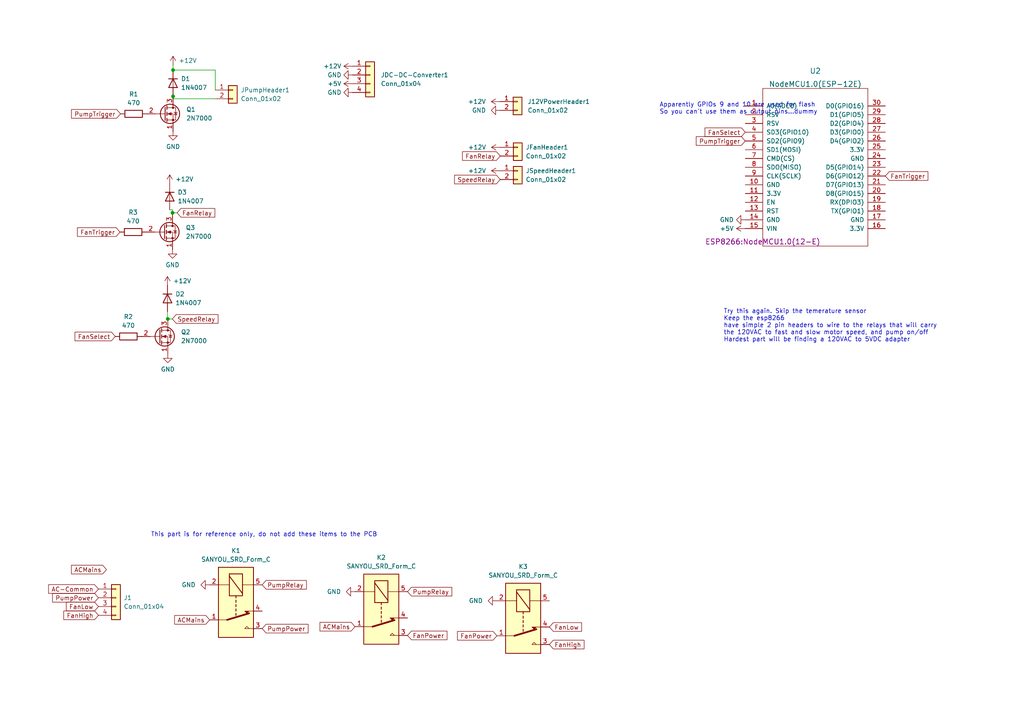
<source format=kicad_sch>
(kicad_sch (version 20211123) (generator eeschema)
  (paper "A4")
  (lib_symbols
    (symbol "Connector_Generic:Conn_01x02" (pin_names (offset 1.016) hide)
      (property "Reference" "J" (at 0 2.54 0))
      (property "Value" "Conn_01x02" (at 0 -5.08 0))
      (symbol "Conn_01x02_1_1"
        (rectangle (start -1.27 -2.413) (end 0 -2.667) (stroke (width 0.1524)))
        (rectangle (start -1.27 0.127) (end 0 -0.127) (stroke (width 0.1524)))
        (rectangle (start -1.27 1.27) (end 1.27 -3.81) (stroke (width 0.254)) (fill (type background)))
        (pin passive line (at -5.08 0 0) (length 3.81) (name "Pin_1") (number "1"))
        (pin passive line (at -5.08 -2.54 0) (length 3.81) (name "Pin_2") (number "2"))
      )
    )
    (symbol "Connector_Generic:Conn_01x04" (pin_names (offset 1.016) hide)
      (property "Reference" "J" (at 0 5.08 0))
      (property "Value" "Conn_01x04" (at 0 -7.62 0))
      (symbol "Conn_01x04_1_1"
        (rectangle (start -1.27 -4.953) (end 0 -5.207) (stroke (width 0.1524)))
        (rectangle (start -1.27 -2.413) (end 0 -2.667) (stroke (width 0.1524)))
        (rectangle (start -1.27 0.127) (end 0 -0.127) (stroke (width 0.1524)))
        (rectangle (start -1.27 2.667) (end 0 2.413) (stroke (width 0.1524)))
        (rectangle (start -1.27 3.81) (end 1.27 -6.35) (stroke (width 0.254)) (fill (type background)))
        (pin passive line (at -5.08 2.54 0) (length 3.81) (name "Pin_1") (number "1"))
        (pin passive line (at -5.08 0 0) (length 3.81) (name "Pin_2") (number "2"))
        (pin passive line (at -5.08 -2.54 0) (length 3.81) (name "Pin_3") (number "3"))
        (pin passive line (at -5.08 -5.08 0) (length 3.81) (name "Pin_4") (number "4"))
      )
    )
    (symbol "Device:R" (pin_numbers hide) (pin_names (offset 0))
      (property "Reference" "R" (at 2.032 0 90))
      (property "Value" "R" (at 0 0 90))
      (symbol "R_0_1"
        (rectangle (start -1.016 -2.54) (end 1.016 2.54) (stroke (width 0.254)))
      )
      (symbol "R_1_1"
        (pin passive line (at 0 3.81 270) (length 1.27) (name "~") (number "1"))
        (pin passive line (at 0 -3.81 90) (length 1.27) (name "~") (number "2"))
      )
    )
    (symbol "Diode:1N4007" (pin_numbers hide) (pin_names hide)
      (property "Reference" "D" (at 0 2.54 0))
      (property "Value" "1N4007" (at 0 -2.54 0))
      (symbol "1N4007_0_1"
        (polyline (pts (xy -1.27 1.27) (xy -1.27 -1.27)) (stroke (width 0.254)))
        (polyline (pts (xy 1.27 0) (xy -1.27 0)))
        (polyline (pts (xy 1.27 1.27) (xy 1.27 -1.27) (xy -1.27 0) (xy 1.27 1.27)) (stroke (width 0.254)))
      )
      (symbol "1N4007_1_1"
        (pin passive line (at -3.81 0 0) (length 2.54) (name "K") (number "1"))
        (pin passive line (at 3.81 0 180) (length 2.54) (name "A") (number "2"))
      )
    )
    (symbol "ESP8266:NodeMCU1.0(ESP-12E)" (pin_names (offset 1.016))
      (property "Reference" "U" (at 0 21.59 0))
      (property "Value" "NodeMCU1.0(ESP-12E)" (at 0 -21.59 0))
      (symbol "NodeMCU1.0(ESP-12E)_0_1"
        (rectangle (start -15.24 -22.86) (end 15.24 22.86))
      )
      (symbol "NodeMCU1.0(ESP-12E)_1_1"
        (pin input line (at -20.32 17.78 0) (length 5.08) (name "A0(ADC0)") (number "1"))
        (pin input line (at -20.32 -5.08 0) (length 5.08) (name "GND") (number "10"))
        (pin input line (at -20.32 -7.62 0) (length 5.08) (name "3.3V") (number "11"))
        (pin input line (at -20.32 -10.16 0) (length 5.08) (name "EN") (number "12"))
        (pin input line (at -20.32 -12.7 0) (length 5.08) (name "RST") (number "13"))
        (pin input line (at -20.32 -15.24 0) (length 5.08) (name "GND") (number "14"))
        (pin input line (at -20.32 -17.78 0) (length 5.08) (name "VIN") (number "15"))
        (pin input line (at 20.32 -17.78 180) (length 5.08) (name "3.3V") (number "16"))
        (pin input line (at 20.32 -15.24 180) (length 5.08) (name "GND") (number "17"))
        (pin input line (at 20.32 -12.7 180) (length 5.08) (name "TX(GPIO1)") (number "18"))
        (pin input line (at 20.32 -10.16 180) (length 5.08) (name "RX(DPIO3)") (number "19"))
        (pin input line (at -20.32 15.24 0) (length 5.08) (name "RSV") (number "2"))
        (pin input line (at 20.32 -7.62 180) (length 5.08) (name "D8(GPIO15)") (number "20"))
        (pin input line (at 20.32 -5.08 180) (length 5.08) (name "D7(GPIO13)") (number "21"))
        (pin input line (at 20.32 -2.54 180) (length 5.08) (name "D6(GPIO12)") (number "22"))
        (pin input line (at 20.32 0 180) (length 5.08) (name "D5(GPIO14)") (number "23"))
        (pin input line (at 20.32 2.54 180) (length 5.08) (name "GND") (number "24"))
        (pin input line (at 20.32 5.08 180) (length 5.08) (name "3.3V") (number "25"))
        (pin input line (at 20.32 7.62 180) (length 5.08) (name "D4(GPIO2)") (number "26"))
        (pin input line (at 20.32 10.16 180) (length 5.08) (name "D3(GPIO0)") (number "27"))
        (pin input line (at 20.32 12.7 180) (length 5.08) (name "D2(GPIO4)") (number "28"))
        (pin input line (at 20.32 15.24 180) (length 5.08) (name "D1(GPIO5)") (number "29"))
        (pin input line (at -20.32 12.7 0) (length 5.08) (name "RSV") (number "3"))
        (pin input line (at 20.32 17.78 180) (length 5.08) (name "D0(GPIO16)") (number "30"))
        (pin input line (at -20.32 10.16 0) (length 5.08) (name "SD3(GPIO10)") (number "4"))
        (pin input line (at -20.32 7.62 0) (length 5.08) (name "SD2(GPIO9)") (number "5"))
        (pin input line (at -20.32 5.08 0) (length 5.08) (name "SD1(MOSI)") (number "6"))
        (pin input line (at -20.32 2.54 0) (length 5.08) (name "CMD(CS)") (number "7"))
        (pin input line (at -20.32 0 0) (length 5.08) (name "SDO(MISO)") (number "8"))
        (pin input line (at -20.32 -2.54 0) (length 5.08) (name "CLK(SCLK)") (number "9"))
      )
    )
    (symbol "Relay:SANYOU_SRD_Form_C"
      (property "Reference" "K" (at 11.43 3.81 0))
      (property "Value" "SANYOU_SRD_Form_C" (at 11.43 1.27 0))
      (symbol "SANYOU_SRD_Form_C_0_0"
        (polyline (pts (xy 7.62 5.08) (xy 7.62 2.54) (xy 6.985 3.175) (xy 7.62 3.81)))
      )
      (symbol "SANYOU_SRD_Form_C_0_1"
        (rectangle (start -10.16 5.08) (end 10.16 -5.08) (stroke (width 0.254)) (fill (type background)))
        (rectangle (start -8.255 1.905) (end -1.905 -1.905) (stroke (width 0.254)))
        (polyline (pts (xy -7.62 -1.905) (xy -2.54 1.905)) (stroke (width 0.254)))
        (polyline (pts (xy -5.08 -5.08) (xy -5.08 -1.905)))
        (polyline (pts (xy -5.08 5.08) (xy -5.08 1.905)))
        (polyline (pts (xy -1.905 0) (xy -1.27 0)) (stroke (width 0.254)))
        (polyline (pts (xy -0.635 0) (xy 0 0)) (stroke (width 0.254)))
        (polyline (pts (xy 0.635 0) (xy 1.27 0)) (stroke (width 0.254)))
        (polyline (pts (xy 1.905 0) (xy 2.54 0)) (stroke (width 0.254)))
        (polyline (pts (xy 3.175 0) (xy 3.81 0)) (stroke (width 0.254)))
        (polyline (pts (xy 5.08 -2.54) (xy 3.175 3.81)) (stroke (width 0.508)))
        (polyline (pts (xy 5.08 -2.54) (xy 5.08 -5.08)))
      )
      (symbol "SANYOU_SRD_Form_C_1_1"
        (polyline (pts (xy 2.54 3.81) (xy 3.175 3.175) (xy 2.54 2.54) (xy 2.54 5.08)) (fill (type outline)))
        (pin passive line (at 5.08 -7.62 90) (length 2.54) (name "~") (number "1"))
        (pin passive line (at -5.08 -7.62 90) (length 2.54) (name "~") (number "2"))
        (pin passive line (at 7.62 7.62 270) (length 2.54) (name "~") (number "3"))
        (pin passive line (at 2.54 7.62 270) (length 2.54) (name "~") (number "4"))
        (pin passive line (at -5.08 7.62 270) (length 2.54) (name "~") (number "5"))
      )
    )
    (symbol "Transistor_FET:2N7000" (pin_names hide)
      (property "Reference" "Q" (at 5.08 1.905 0))
      (property "Value" "2N7000" (at 5.08 0 0))
      (symbol "2N7000_0_1"
        (polyline (pts (xy 0.254 0) (xy -2.54 0)))
        (polyline (pts (xy 0.254 1.905) (xy 0.254 -1.905)) (stroke (width 0.254)))
        (polyline (pts (xy 0.762 -1.27) (xy 0.762 -2.286)) (stroke (width 0.254)))
        (polyline (pts (xy 0.762 0.508) (xy 0.762 -0.508)) (stroke (width 0.254)))
        (polyline (pts (xy 0.762 2.286) (xy 0.762 1.27)) (stroke (width 0.254)))
        (polyline (pts (xy 2.54 2.54) (xy 2.54 1.778)))
        (polyline (pts (xy 2.54 -2.54) (xy 2.54 0) (xy 0.762 0)))
        (polyline (pts (xy 0.762 -1.778) (xy 3.302 -1.778) (xy 3.302 1.778) (xy 0.762 1.778)))
        (polyline (pts (xy 1.016 0) (xy 2.032 0.381) (xy 2.032 -0.381) (xy 1.016 0)) (fill (type outline)))
        (polyline (pts (xy 2.794 0.508) (xy 2.921 0.381) (xy 3.683 0.381) (xy 3.81 0.254)))
        (polyline (pts (xy 3.302 0.381) (xy 2.921 -0.254) (xy 3.683 -0.254) (xy 3.302 0.381)))
        (circle (center 1.651 0) (radius 2.794) (stroke (width 0.254)))
        (circle (center 2.54 -1.778) (radius 0.254) (fill (type outline)))
        (circle (center 2.54 1.778) (radius 0.254) (fill (type outline)))
      )
      (symbol "2N7000_1_1"
        (pin passive line (at 2.54 -5.08 90) (length 2.54) (name "S") (number "1"))
        (pin input line (at -5.08 0 0) (length 2.54) (name "G") (number "2"))
        (pin passive line (at 2.54 5.08 270) (length 2.54) (name "D") (number "3"))
      )
    )
    (symbol "power:+12V" (power) (pin_names (offset 0))
      (property "Value" "+12V" (at 0 3.556 0))
      (symbol "+12V_0_1"
        (polyline (pts (xy -0.762 1.27) (xy 0 2.54)))
        (polyline (pts (xy 0 0) (xy 0 2.54)))
        (polyline (pts (xy 0 2.54) (xy 0.762 1.27)))
      )
      (symbol "+12V_1_1"
        (pin power_in line (at 0 0 90) (length 0) hide (name "+12V") (number "1"))
      )
    )
    (symbol "power:+5V" (power) (pin_names (offset 0))
      (property "Value" "+5V" (at 0 3.556 0))
      (symbol "+5V_0_1"
        (polyline (pts (xy -0.762 1.27) (xy 0 2.54)))
        (polyline (pts (xy 0 0) (xy 0 2.54)))
        (polyline (pts (xy 0 2.54) (xy 0.762 1.27)))
      )
      (symbol "+5V_1_1"
        (pin power_in line (at 0 0 90) (length 0) hide (name "+5V") (number "1"))
      )
    )
    (symbol "power:GND" (power) (pin_names (offset 0))
      (property "Value" "GND" (at 0 -3.81 0))
      (symbol "GND_0_1"
        (polyline (pts (xy 0 0) (xy 0 -1.27) (xy 1.27 -1.27) (xy 0 -2.54) (xy -1.27 -1.27) (xy 0 -1.27)))
      )
      (symbol "GND_1_1"
        (pin power_in line (at 0 0 270) (length 0) hide (name "GND") (number "1"))
      )
    )
  )
  (junction (at 48.6664 92.5068))
  (junction (at 50.1904 20.32))
  (junction (at 50.1904 27.94))
  (junction (at 50.038 61.722))
  (wire (pts (xy 50.1904 20.32) (xy 62.4332 20.32)))
  (wire (pts (xy 49.2252 60.8584) (xy 50.038 60.8584)))
  (wire (pts (xy 48.5648 90.3732) (xy 48.5648 92.5068)))
  (wire (pts (xy 51.3588 61.722) (xy 50.038 61.722)))
  (wire (pts (xy 62.4332 20.32) (xy 62.4332 26.1112)))
  (wire (pts (xy 50.038 61.722) (xy 50.038 62.23)))
  (wire (pts (xy 50.038 60.8584) (xy 50.038 61.722)))
  (wire (pts (xy 50.1904 28.6512) (xy 50.1904 27.94)))
  (wire (pts (xy 48.6664 92.5068) (xy 49.9872 92.5068)))
  (wire (pts (xy 62.4332 28.6512) (xy 50.1904 28.6512)))
  (wire (pts (xy 48.5648 92.5068) (xy 48.6664 92.5068)))
  (wire (pts (xy 50.1904 18.8468) (xy 50.1904 20.32)))
  (text "Try this again. Skip the temerature sensor\nKeep the esp8266\nhave simple 2 pin headers to wire to the relays that will carry\nthe 120VAC to fast and slow motor speed, and pump on/off\nHardest part will be finding a 120VAC to 5VDC adapter" (at 209.8548 99.314 0) (effects (font (size 1.27 1.27)) (justify left bottom)))
  (text "Apparently GPIOs 9 and 10 are used for flash\nSo you can't use them as output pins...dummy" (at 191.262 33.274 0) (effects (font (size 1.27 1.27)) (justify left bottom)))
  (text "This part is for reference only, do not add these items to the PCB" (at 43.7388 155.8544 0) (effects (font (size 1.27 1.27)) (justify left bottom)))
  (global_label "FanLow" (shape input) (at 159.3596 181.864 0) (property "Intersheet References" "${INTERSHEET_REFS}" (effects hide)))
  (global_label "FanTrigger" (shape input) (at 256.794 51.054 0) (property "Intersheet References" "${INTERSHEET_REFS}" (effects hide)))
  (global_label "SpeedRelay" (shape input) (at 49.9872 92.5068 0) (property "Intersheet References" "${INTERSHEET_REFS}" (effects hide)))
  (global_label "FanSelect" (shape input) (at 216.154 38.354 180) (property "Intersheet References" "${INTERSHEET_REFS}" (effects hide)))
  (global_label "AC-Common" (shape input) (at 28.5496 170.8404 180) (property "Intersheet References" "${INTERSHEET_REFS}" (effects hide)))
  (global_label "ACMains" (shape input) (at 30.8864 165.2016 180) (property "Intersheet References" "${INTERSHEET_REFS}" (effects hide)))
  (global_label "PumpTrigger" (shape input) (at 34.9504 33.02 180) (property "Intersheet References" "${INTERSHEET_REFS}" (effects hide)))
  (global_label "FanPower" (shape input) (at 144.1196 184.404 180) (property "Intersheet References" "${INTERSHEET_REFS}" (effects hide)))
  (global_label "ACMains" (shape input) (at 60.8076 179.7812 180) (property "Intersheet References" "${INTERSHEET_REFS}" (effects hide)))
  (global_label "PumpTrigger" (shape input) (at 216.154 40.894 180) (property "Intersheet References" "${INTERSHEET_REFS}" (effects hide)))
  (global_label "PumpPower" (shape input) (at 76.0476 182.3212 0) (property "Intersheet References" "${INTERSHEET_REFS}" (effects hide)))
  (global_label "PumpRelay" (shape input) (at 118.2116 171.6024 0) (property "Intersheet References" "${INTERSHEET_REFS}" (effects hide)))
  (global_label "FanHigh" (shape input) (at 28.5496 178.4604 180) (property "Intersheet References" "${INTERSHEET_REFS}" (effects hide)))
  (global_label "FanTrigger" (shape input) (at 34.798 67.31 180) (property "Intersheet References" "${INTERSHEET_REFS}" (effects hide)))
  (global_label "FanRelay" (shape input) (at 145.0848 45.2628 180) (property "Intersheet References" "${INTERSHEET_REFS}" (effects hide)))
  (global_label "PumpRelay" (shape input) (at 76.0476 169.6212 0) (property "Intersheet References" "${INTERSHEET_REFS}" (effects hide)))
  (global_label "ACMains" (shape input) (at 102.9716 181.7624 180) (property "Intersheet References" "${INTERSHEET_REFS}" (effects hide)))
  (global_label "FanPower" (shape input) (at 118.2116 184.3024 0) (property "Intersheet References" "${INTERSHEET_REFS}" (effects hide)))
  (global_label "FanLow" (shape input) (at 28.5496 175.9204 180) (property "Intersheet References" "${INTERSHEET_REFS}" (effects hide)))
  (global_label "FanSelect" (shape input) (at 33.4264 97.5868 180) (property "Intersheet References" "${INTERSHEET_REFS}" (effects hide)))
  (global_label "PumpPower" (shape input) (at 28.5496 173.3804 180) (property "Intersheet References" "${INTERSHEET_REFS}" (effects hide)))
  (global_label "FanRelay" (shape input) (at 51.3588 61.722 0) (property "Intersheet References" "${INTERSHEET_REFS}" (effects hide)))
  (global_label "FanHigh" (shape input) (at 159.3596 186.944 0) (property "Intersheet References" "${INTERSHEET_REFS}" (effects hide)))
  (global_label "SpeedRelay" (shape input) (at 145.0848 52.07 180) (property "Intersheet References" "${INTERSHEET_REFS}" (effects hide)))
  (symbol (lib_id "Relay:SANYOU_SRD_Form_C") (at 68.4276 174.7012 270) (unit 1)
    (property "Reference" "K1" (at 68.4276 159.7152 90))
    (property "Value" "SANYOU_SRD_Form_C" (at 68.4276 162.2552 90))
    (property "Datasheet" "http://www.sanyourelay.ca/public/products/pdf/SRD.pdf" (effects hide))
  )
  (symbol (lib_id "power:GND") (at 102.2604 21.7424 270) (unit 1)
    (property "Reference" "#PWR07" (effects hide))
    (property "Value" "GND" (at 99.06 21.7423 90) (effects (justify right)))
  )
  (symbol (lib_id "Diode:1N4007") (at 49.2252 57.0484 270) (unit 1)
    (property "Reference" "D3" (at 51.5112 55.7783 90) (effects (justify left)))
    (property "Value" "1N4007" (at 51.5112 58.3183 90) (effects (justify left)))
    (property "Footprint" "Diode_THT:D_DO-41_SOD81_P10.16mm_Horizontal" (effects hide))
    (property "Datasheet" "http://www.vishay.com/docs/88503/1n4001.pdf" (effects hide))
  )
  (symbol (lib_id "Diode:1N4007") (at 50.1904 24.13 270) (unit 1)
    (property "Reference" "D1" (at 52.4764 22.8599 90) (effects (justify left)))
    (property "Value" "1N4007" (at 52.4764 25.3999 90) (effects (justify left)))
    (property "Footprint" "Diode_THT:D_DO-41_SOD81_P10.16mm_Horizontal" (effects hide))
    (property "Datasheet" "http://www.vishay.com/docs/88503/1n4001.pdf" (effects hide))
  )
  (symbol (lib_id "power:GND") (at 102.9716 171.6024 270) (unit 1)
    (property "Reference" "#PWR04" (effects hide))
    (property "Value" "GND" (at 98.9076 171.6023 90) (effects (justify right)))
  )
  (symbol (lib_id "power:GND") (at 216.154 63.754 270) (unit 1)
    (property "Reference" "#PWR0109" (effects hide))
    (property "Value" "GND" (at 212.852 63.7539 90) (effects (justify right)))
  )
  (symbol (lib_id "Connector_Generic:Conn_01x04") (at 107.3404 21.7424 0) (unit 1)
    (property "Reference" "JDC-DC-Converter1" (at 110.4392 21.7423 0) (effects (justify left)))
    (property "Value" "Conn_01x04" (at 110.4392 24.2823 0) (effects (justify left)))
    (property "Footprint" "AE-Library:XL6009E1 DC-DC" (effects hide))
  )
  (symbol (lib_id "ESP8266:NodeMCU1.0(ESP-12E)") (at 236.474 48.514 0) (unit 1)
    (property "Reference" "U2" (at 236.474 20.574 0) (effects (font (size 1.524 1.524))))
    (property "Value" "NodeMCU1.0(ESP-12E)" (at 236.474 24.384 0) (effects (font (size 1.524 1.524))))
    (property "Footprint" "ESP8266:NodeMCU1.0(12-E)" (at 221.234 70.104 0) (effects (font (size 1.524 1.524))))
  )
  (symbol (lib_id "power:+12V") (at 145.0848 42.7228 90) (unit 1)
    (property "Reference" "#PWR0108" (effects hide))
    (property "Value" "+12V" (at 141.0208 42.7227 90) (effects (justify left)))
  )
  (symbol (lib_id "Transistor_FET:2N7000") (at 47.6504 33.02 0) (unit 1)
    (property "Reference" "Q1" (at 54.0004 31.7499 0) (effects (justify left)))
    (property "Value" "2N7000" (at 54.0004 34.2899 0) (effects (justify left)))
    (property "Footprint" "Package_TO_SOT_THT:TO-92_Inline" (effects hide))
    (property "Datasheet" "https://www.vishay.com/docs/70226/70226.pdf" (effects hide))
  )
  (symbol (lib_id "power:+12V") (at 50.1904 18.8468 0) (unit 1)
    (property "Reference" "#PWR01" (effects hide))
    (property "Value" "+12V" (at 51.816 17.5767 0) (effects (justify left)))
  )
  (symbol (lib_id "Connector_Generic:Conn_01x04") (at 33.6296 173.3804 0) (unit 1)
    (property "Reference" "J1" (at 35.8648 173.3803 0) (effects (justify left)))
    (property "Value" "Conn_01x04" (at 35.8648 175.9203 0) (effects (justify left)))
  )
  (symbol (lib_id "power:+5V") (at 216.154 66.294 90) (unit 1)
    (property "Reference" "#PWR0110" (effects hide))
    (property "Value" "+5V" (at 212.852 66.2939 90) (effects (justify left)))
  )
  (symbol (lib_id "power:GND") (at 102.2604 26.8224 270) (unit 1)
    (property "Reference" "#PWR09" (effects hide))
    (property "Value" "GND" (at 99.06 26.8223 90) (effects (justify right)))
  )
  (symbol (lib_id "power:+12V") (at 49.2252 53.2384 0) (unit 1)
    (property "Reference" "#PWR0104" (effects hide))
    (property "Value" "+12V" (at 50.8508 51.9683 0) (effects (justify left)))
  )
  (symbol (lib_id "Device:R") (at 37.2364 97.5868 90) (unit 1)
    (property "Reference" "R2" (at 37.2364 91.8718 90))
    (property "Value" "470" (at 37.2364 94.4118 90))
    (property "Footprint" "Resistor_THT:R_Axial_DIN0411_L9.9mm_D3.6mm_P12.70mm_Horizontal" (effects hide))
  )
  (symbol (lib_id "power:GND") (at 60.8076 169.6212 270) (unit 1)
    (property "Reference" "#PWR03" (effects hide))
    (property "Value" "GND" (at 56.7436 169.6211 90) (effects (justify right)))
  )
  (symbol (lib_id "Transistor_FET:2N7000") (at 46.1264 97.5868 0) (unit 1)
    (property "Reference" "Q2" (at 52.4764 96.3167 0) (effects (justify left)))
    (property "Value" "2N7000" (at 52.4764 98.8567 0) (effects (justify left)))
    (property "Footprint" "Package_TO_SOT_THT:TO-92_Inline" (effects hide))
    (property "Datasheet" "https://www.vishay.com/docs/70226/70226.pdf" (effects hide))
  )
  (symbol (lib_id "Relay:SANYOU_SRD_Form_C") (at 110.5916 176.6824 270) (unit 1)
    (property "Reference" "K2" (at 110.5916 161.6964 90))
    (property "Value" "SANYOU_SRD_Form_C" (at 110.5916 164.2364 90))
    (property "Datasheet" "http://www.sanyourelay.ca/public/products/pdf/SRD.pdf" (effects hide))
  )
  (symbol (lib_id "power:+12V") (at 48.5648 82.7532 0) (unit 1)
    (property "Reference" "#PWR0102" (effects hide))
    (property "Value" "+12V" (at 50.1904 81.4831 0) (effects (justify left)))
  )
  (symbol (lib_id "Connector_Generic:Conn_01x02") (at 150.1648 49.53 0) (unit 1)
    (property "Reference" "JSpeedHeader1" (at 152.4508 49.5299 0) (effects (justify left)))
    (property "Value" "Conn_01x02" (at 152.4508 52.0699 0) (effects (justify left)))
    (property "Footprint" "Connector_JST:JST_EH_B2B-EH-A_1x02_P2.50mm_Vertical" (effects hide))
  )
  (symbol (lib_id "Diode:1N4007") (at 48.5648 86.5632 270) (unit 1)
    (property "Reference" "D2" (at 50.8508 85.2931 90) (effects (justify left)))
    (property "Value" "1N4007" (at 50.8508 87.8331 90) (effects (justify left)))
    (property "Footprint" "Diode_THT:D_DO-41_SOD81_P10.16mm_Horizontal" (effects hide))
    (property "Datasheet" "http://www.vishay.com/docs/88503/1n4001.pdf" (effects hide))
  )
  (symbol (lib_id "power:+12V") (at 102.2604 19.2024 90) (unit 1)
    (property "Reference" "#PWR06" (effects hide))
    (property "Value" "+12V" (at 99.06 19.2023 90) (effects (justify left)))
  )
  (symbol (lib_id "Connector_Generic:Conn_01x02") (at 150.1648 42.7228 0) (unit 1)
    (property "Reference" "JFanHeader1" (at 152.4508 42.7227 0) (effects (justify left)))
    (property "Value" "Conn_01x02" (at 152.4508 45.2627 0) (effects (justify left)))
    (property "Footprint" "Connector_JST:JST_EH_B2B-EH-A_1x02_P2.50mm_Vertical" (effects hide))
  )
  (symbol (lib_id "power:GND") (at 48.6664 102.6668 0) (unit 1)
    (property "Reference" "#PWR0101" (effects hide))
    (property "Value" "GND" (at 48.6664 107.1118 0))
  )
  (symbol (lib_id "power:GND") (at 145.034 32.004 270) (unit 1)
    (property "Reference" "#PWR0107" (effects hide))
    (property "Value" "GND" (at 140.97 32.0039 90) (effects (justify right)))
  )
  (symbol (lib_id "Device:R") (at 38.7604 33.02 90) (unit 1)
    (property "Reference" "R1" (at 38.7604 27.305 90))
    (property "Value" "470" (at 38.7604 29.845 90))
    (property "Footprint" "Resistor_THT:R_Axial_DIN0411_L9.9mm_D3.6mm_P12.70mm_Horizontal" (effects hide))
  )
  (symbol (lib_id "power:GND") (at 144.1196 174.244 270) (unit 1)
    (property "Reference" "#PWR05" (effects hide))
    (property "Value" "GND" (at 140.0556 174.2439 90) (effects (justify right)))
  )
  (symbol (lib_id "Relay:SANYOU_SRD_Form_C") (at 151.7396 179.324 270) (unit 1)
    (property "Reference" "K3" (at 151.7396 164.338 90))
    (property "Value" "SANYOU_SRD_Form_C" (at 151.7396 166.878 90))
    (property "Datasheet" "http://www.sanyourelay.ca/public/products/pdf/SRD.pdf" (effects hide))
  )
  (symbol (lib_id "power:+12V") (at 145.0848 49.53 90) (unit 1)
    (property "Reference" "#PWR0105" (effects hide))
    (property "Value" "+12V" (at 141.0208 49.5299 90) (effects (justify left)))
  )
  (symbol (lib_id "power:+5V") (at 102.2604 24.2824 90) (unit 1)
    (property "Reference" "#PWR08" (effects hide))
    (property "Value" "+5V" (at 99.06 24.2823 90) (effects (justify left)))
  )
  (symbol (lib_id "power:GND") (at 50.038 72.39 0) (unit 1)
    (property "Reference" "#PWR0103" (effects hide))
    (property "Value" "GND" (at 50.038 76.835 0))
  )
  (symbol (lib_id "Connector_Generic:Conn_01x02") (at 150.114 29.464 0) (unit 1)
    (property "Reference" "J12VPowerHeader1" (at 153.0096 29.4639 0) (effects (justify left)))
    (property "Value" "Conn_01x02" (at 153.0096 32.0039 0) (effects (justify left)))
    (property "Footprint" "Connector_JST:JST_EH_B2B-EH-A_1x02_P2.50mm_Vertical" (effects hide))
  )
  (symbol (lib_id "Device:R") (at 38.608 67.31 90) (unit 1)
    (property "Reference" "R3" (at 38.608 61.595 90))
    (property "Value" "470" (at 38.608 64.135 90))
    (property "Footprint" "Resistor_THT:R_Axial_DIN0411_L9.9mm_D3.6mm_P12.70mm_Horizontal" (effects hide))
  )
  (symbol (lib_id "Transistor_FET:2N7000") (at 47.498 67.31 0) (unit 1)
    (property "Reference" "Q3" (at 53.848 66.0399 0) (effects (justify left)))
    (property "Value" "2N7000" (at 53.848 68.5799 0) (effects (justify left)))
    (property "Footprint" "Package_TO_SOT_THT:TO-92_Inline" (effects hide))
    (property "Datasheet" "https://www.vishay.com/docs/70226/70226.pdf" (effects hide))
  )
  (symbol (lib_id "power:GND") (at 50.1904 38.1 0) (unit 1)
    (property "Reference" "#PWR02" (effects hide))
    (property "Value" "GND" (at 50.1904 42.545 0))
  )
  (symbol (lib_id "power:+12V") (at 145.034 29.464 90) (unit 1)
    (property "Reference" "#PWR010" (effects hide))
    (property "Value" "+12V" (at 140.97 29.4639 90) (effects (justify left)))
  )
  (symbol (lib_id "Connector_Generic:Conn_01x02") (at 67.5132 26.1112 0) (unit 1)
    (property "Reference" "JPumpHeader1" (at 69.7992 26.1111 0) (effects (justify left)))
    (property "Value" "Conn_01x02" (at 69.7992 28.6511 0) (effects (justify left)))
    (property "Footprint" "Connector_JST:JST_EH_B2B-EH-A_1x02_P2.50mm_Vertical" (effects hide))
  )
)
</source>
